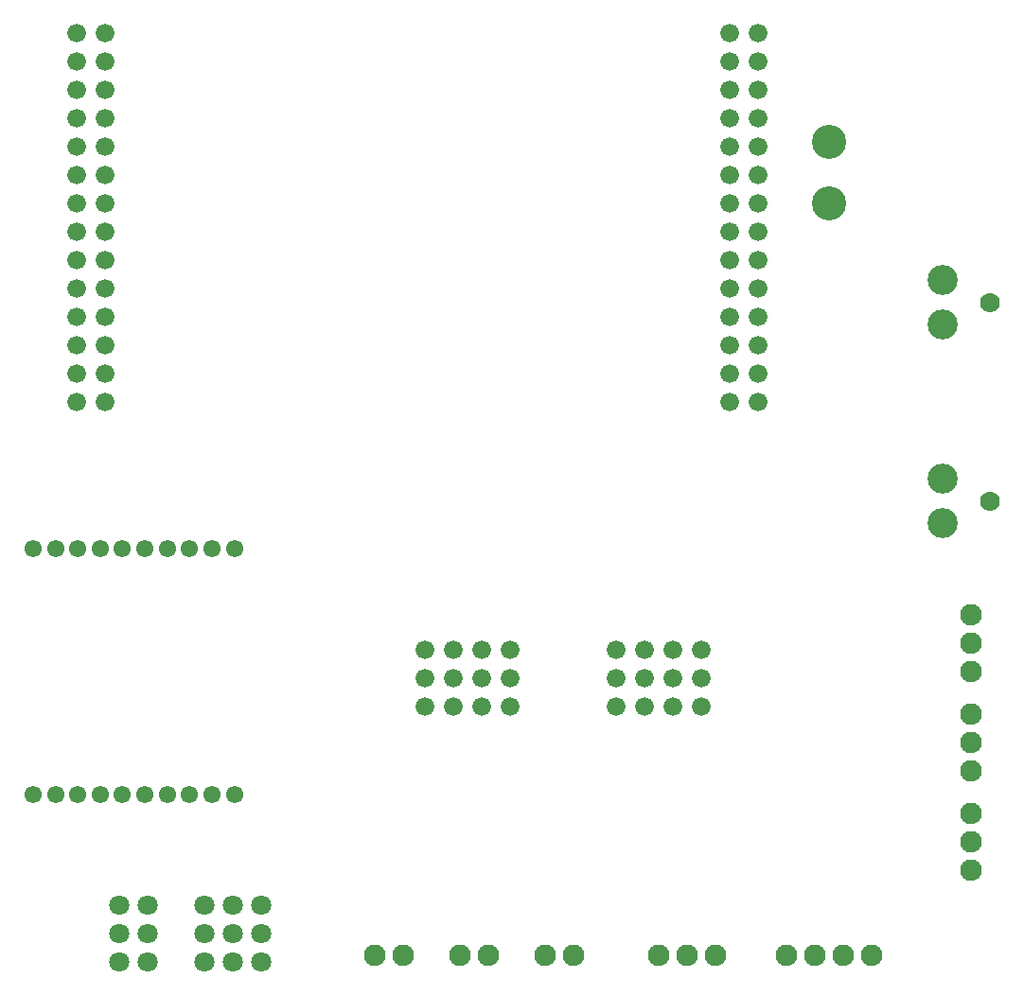
<source format=gbs>
*
*
G04 PADS 9.5 Build Number: 522968 generated Gerber (RS-274-X) file*
G04 PC Version=2.1*
*
%IN "Drive Board.pcb"*%
*
%MOIN*%
*
%FSLAX35Y35*%
*
*
*
*
G04 PC Standard Apertures*
*
*
G04 Thermal Relief Aperture macro.*
%AMTER*
1,1,$1,0,0*
1,0,$1-$2,0,0*
21,0,$3,$4,0,0,45*
21,0,$3,$4,0,0,135*
%
*
*
G04 Annular Aperture macro.*
%AMANN*
1,1,$1,0,0*
1,0,$2,0,0*
%
*
*
G04 Odd Aperture macro.*
%AMODD*
1,1,$1,0,0*
1,0,$1-0.005,0,0*
%
*
*
G04 PC Custom Aperture Macros*
*
*
*
*
*
*
G04 PC Aperture Table*
*
%ADD010C,0.001*%
%ADD012C,0.07*%
%ADD034C,0.06112*%
%ADD035C,0.076*%
%ADD036C,0.12017*%
%ADD038C,0.106*%
%ADD044C,0.066*%
%ADD046C,0.071*%
*
*
*
*
G04 PC Circuitry*
G04 Layer Name Drive Board.pcb - circuitry*
%LPD*%
*
*
G04 PC Custom Flashes*
G04 Layer Name Drive Board.pcb - flashes*
%LPD*%
*
*
G04 PC Circuitry*
G04 Layer Name Drive Board.pcb - circuitry*
%LPD*%
*
G54D10*
G54D12*
G01X466700Y360000D03*
Y290000D03*
G54D34*
X129567Y186693D03*
X137441D03*
X145315D03*
X153189D03*
X161063D03*
X168937D03*
X176811D03*
X184685D03*
X192559D03*
X200433D03*
Y273307D03*
X192559D03*
X184685D03*
X176811D03*
X168937D03*
X161063D03*
X153189D03*
X145315D03*
X137441D03*
X129567D03*
G54D35*
X460000Y180000D03*
Y170000D03*
Y160000D03*
Y215000D03*
Y205000D03*
Y195000D03*
Y250000D03*
Y240000D03*
Y230000D03*
X425000Y130000D03*
X415000D03*
X405000D03*
X395000D03*
X290000D03*
X280000D03*
X320000D03*
X310000D03*
X260000D03*
X250000D03*
X370000D03*
X360000D03*
X350000D03*
G54D36*
X410000Y395000D03*
Y416654D03*
G54D38*
X450000Y367800D03*
Y352200D03*
Y297800D03*
Y282200D03*
G54D44*
X267500Y217500D03*
Y227500D03*
Y237500D03*
X277500Y217500D03*
Y227500D03*
Y237500D03*
X335000Y217500D03*
Y227500D03*
Y237500D03*
X345000Y217500D03*
Y227500D03*
Y237500D03*
X355000Y217500D03*
Y227500D03*
Y237500D03*
X365000Y217500D03*
Y227500D03*
Y237500D03*
X287500Y217500D03*
Y227500D03*
Y237500D03*
X297500Y217500D03*
Y227500D03*
Y237500D03*
X375000Y455000D03*
X385000D03*
X375000Y445000D03*
X385000D03*
X375000Y435000D03*
X385000D03*
X375000Y425000D03*
X385000D03*
X375000Y415000D03*
X385000D03*
X375000Y405000D03*
X385000D03*
X375000Y395000D03*
X385000D03*
X375000Y385000D03*
X385000D03*
X375000Y375000D03*
X385000D03*
X375000Y365000D03*
X385000D03*
X375000Y355000D03*
X385000D03*
X375000Y345000D03*
X385000D03*
X375000Y335000D03*
X385000D03*
X375000Y325000D03*
X385000D03*
X145000Y455000D03*
X155000D03*
X145000Y445000D03*
X155000D03*
X145000Y435000D03*
X155000D03*
X145000Y425000D03*
X155000D03*
X145000Y415000D03*
X155000D03*
X145000Y405000D03*
X155000D03*
X145000Y395000D03*
X155000D03*
X145000Y385000D03*
X155000D03*
X145000Y375000D03*
X155000D03*
X145000Y365000D03*
X155000D03*
X145000Y355000D03*
X155000D03*
X145000Y345000D03*
X155000D03*
X145000Y335000D03*
X155000D03*
X145000Y325000D03*
X155000D03*
G54D46*
X160000Y147500D03*
Y137500D03*
Y127500D03*
X170000Y147500D03*
Y137500D03*
Y127500D03*
X190000Y147500D03*
Y137500D03*
Y127500D03*
X200000Y147500D03*
Y137500D03*
Y127500D03*
X210000Y147500D03*
Y137500D03*
Y127500D03*
X0Y0D02*
M02*

</source>
